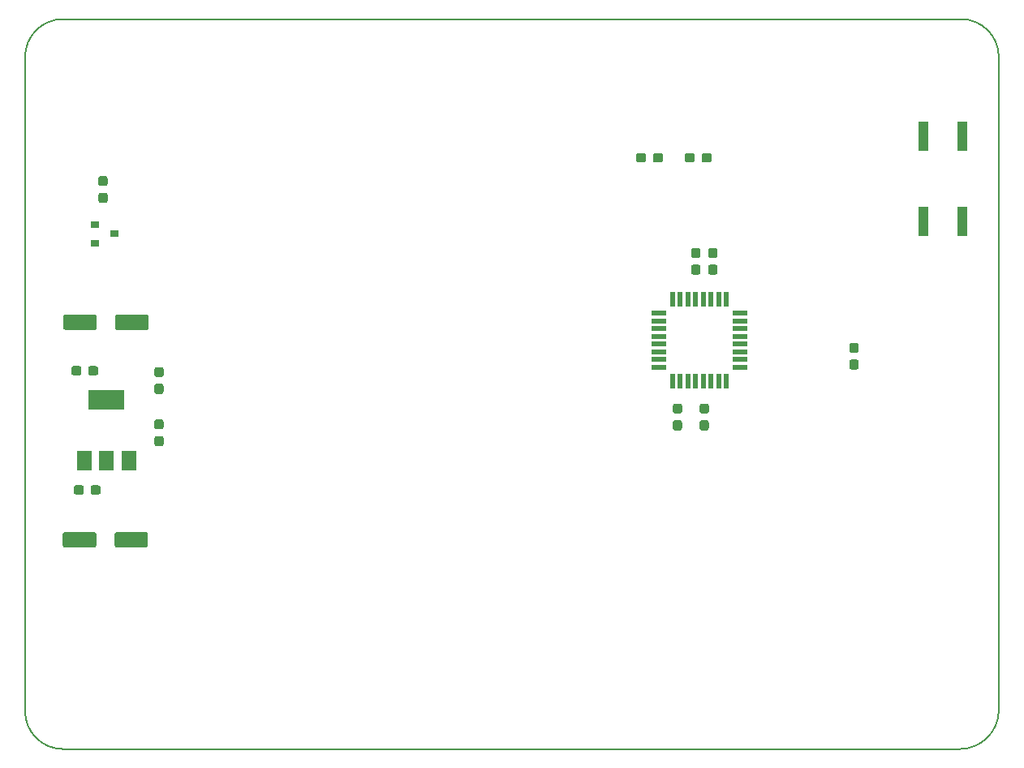
<source format=gbr>
%TF.GenerationSoftware,KiCad,Pcbnew,5.0.2-bee76a0~70~ubuntu18.04.1*%
%TF.CreationDate,2019-10-08T23:09:48-07:00*%
%TF.ProjectId,AD9850,41443938-3530-42e6-9b69-6361645f7063,rev?*%
%TF.SameCoordinates,Original*%
%TF.FileFunction,Paste,Top*%
%TF.FilePolarity,Positive*%
%FSLAX46Y46*%
G04 Gerber Fmt 4.6, Leading zero omitted, Abs format (unit mm)*
G04 Created by KiCad (PCBNEW 5.0.2-bee76a0~70~ubuntu18.04.1) date Tue 08 Oct 2019 11:09:48 PM PDT*
%MOMM*%
%LPD*%
G01*
G04 APERTURE LIST*
%ADD10C,0.150000*%
%ADD11C,0.100000*%
%ADD12C,0.950000*%
%ADD13R,1.000000X3.100000*%
%ADD14R,0.900000X0.800000*%
%ADD15R,3.800000X2.000000*%
%ADD16R,1.500000X2.000000*%
%ADD17C,1.600000*%
%ADD18R,0.550000X1.600000*%
%ADD19R,1.600000X0.550000*%
G04 APERTURE END LIST*
D10*
X54610000Y-121793000D02*
X54610000Y-53467000D01*
X152146000Y-125730000D02*
X58547000Y-125730000D01*
X156210000Y-53467000D02*
X156210000Y-121666000D01*
X58547000Y-49530000D02*
X152273000Y-49530000D01*
X54610000Y-53467000D02*
G75*
G02X58547000Y-49530000I3937000J0D01*
G01*
X58547000Y-125730000D02*
G75*
G02X54610000Y-121793000I0J3937000D01*
G01*
X156210000Y-121666000D02*
G75*
G02X152146000Y-125730000I-4064000J0D01*
G01*
X152273000Y-49530000D02*
G75*
G02X156210000Y-53467000I0J-3937000D01*
G01*
D11*
G36*
X120946779Y-63534144D02*
X120969834Y-63537563D01*
X120992443Y-63543227D01*
X121014387Y-63551079D01*
X121035457Y-63561044D01*
X121055448Y-63573026D01*
X121074168Y-63586910D01*
X121091438Y-63602562D01*
X121107090Y-63619832D01*
X121120974Y-63638552D01*
X121132956Y-63658543D01*
X121142921Y-63679613D01*
X121150773Y-63701557D01*
X121156437Y-63724166D01*
X121159856Y-63747221D01*
X121161000Y-63770500D01*
X121161000Y-64245500D01*
X121159856Y-64268779D01*
X121156437Y-64291834D01*
X121150773Y-64314443D01*
X121142921Y-64336387D01*
X121132956Y-64357457D01*
X121120974Y-64377448D01*
X121107090Y-64396168D01*
X121091438Y-64413438D01*
X121074168Y-64429090D01*
X121055448Y-64442974D01*
X121035457Y-64454956D01*
X121014387Y-64464921D01*
X120992443Y-64472773D01*
X120969834Y-64478437D01*
X120946779Y-64481856D01*
X120923500Y-64483000D01*
X120348500Y-64483000D01*
X120325221Y-64481856D01*
X120302166Y-64478437D01*
X120279557Y-64472773D01*
X120257613Y-64464921D01*
X120236543Y-64454956D01*
X120216552Y-64442974D01*
X120197832Y-64429090D01*
X120180562Y-64413438D01*
X120164910Y-64396168D01*
X120151026Y-64377448D01*
X120139044Y-64357457D01*
X120129079Y-64336387D01*
X120121227Y-64314443D01*
X120115563Y-64291834D01*
X120112144Y-64268779D01*
X120111000Y-64245500D01*
X120111000Y-63770500D01*
X120112144Y-63747221D01*
X120115563Y-63724166D01*
X120121227Y-63701557D01*
X120129079Y-63679613D01*
X120139044Y-63658543D01*
X120151026Y-63638552D01*
X120164910Y-63619832D01*
X120180562Y-63602562D01*
X120197832Y-63586910D01*
X120216552Y-63573026D01*
X120236543Y-63561044D01*
X120257613Y-63551079D01*
X120279557Y-63543227D01*
X120302166Y-63537563D01*
X120325221Y-63534144D01*
X120348500Y-63533000D01*
X120923500Y-63533000D01*
X120946779Y-63534144D01*
X120946779Y-63534144D01*
G37*
D12*
X120636000Y-64008000D03*
D11*
G36*
X119196779Y-63534144D02*
X119219834Y-63537563D01*
X119242443Y-63543227D01*
X119264387Y-63551079D01*
X119285457Y-63561044D01*
X119305448Y-63573026D01*
X119324168Y-63586910D01*
X119341438Y-63602562D01*
X119357090Y-63619832D01*
X119370974Y-63638552D01*
X119382956Y-63658543D01*
X119392921Y-63679613D01*
X119400773Y-63701557D01*
X119406437Y-63724166D01*
X119409856Y-63747221D01*
X119411000Y-63770500D01*
X119411000Y-64245500D01*
X119409856Y-64268779D01*
X119406437Y-64291834D01*
X119400773Y-64314443D01*
X119392921Y-64336387D01*
X119382956Y-64357457D01*
X119370974Y-64377448D01*
X119357090Y-64396168D01*
X119341438Y-64413438D01*
X119324168Y-64429090D01*
X119305448Y-64442974D01*
X119285457Y-64454956D01*
X119264387Y-64464921D01*
X119242443Y-64472773D01*
X119219834Y-64478437D01*
X119196779Y-64481856D01*
X119173500Y-64483000D01*
X118598500Y-64483000D01*
X118575221Y-64481856D01*
X118552166Y-64478437D01*
X118529557Y-64472773D01*
X118507613Y-64464921D01*
X118486543Y-64454956D01*
X118466552Y-64442974D01*
X118447832Y-64429090D01*
X118430562Y-64413438D01*
X118414910Y-64396168D01*
X118401026Y-64377448D01*
X118389044Y-64357457D01*
X118379079Y-64336387D01*
X118371227Y-64314443D01*
X118365563Y-64291834D01*
X118362144Y-64268779D01*
X118361000Y-64245500D01*
X118361000Y-63770500D01*
X118362144Y-63747221D01*
X118365563Y-63724166D01*
X118371227Y-63701557D01*
X118379079Y-63679613D01*
X118389044Y-63658543D01*
X118401026Y-63638552D01*
X118414910Y-63619832D01*
X118430562Y-63602562D01*
X118447832Y-63586910D01*
X118466552Y-63573026D01*
X118486543Y-63561044D01*
X118507613Y-63551079D01*
X118529557Y-63543227D01*
X118552166Y-63537563D01*
X118575221Y-63534144D01*
X118598500Y-63533000D01*
X119173500Y-63533000D01*
X119196779Y-63534144D01*
X119196779Y-63534144D01*
G37*
D12*
X118886000Y-64008000D03*
D13*
X148368000Y-61717000D03*
X152368000Y-61717000D03*
X148368000Y-70617000D03*
X152368000Y-70617000D03*
D14*
X61913107Y-70993353D03*
X61913107Y-72893353D03*
X63913107Y-71943353D03*
D15*
X63119000Y-89306000D03*
D16*
X63119000Y-95606000D03*
X65419000Y-95606000D03*
X60819000Y-95606000D03*
D11*
G36*
X67216504Y-103087204D02*
X67240773Y-103090804D01*
X67264571Y-103096765D01*
X67287671Y-103105030D01*
X67309849Y-103115520D01*
X67330893Y-103128133D01*
X67350598Y-103142747D01*
X67368777Y-103159223D01*
X67385253Y-103177402D01*
X67399867Y-103197107D01*
X67412480Y-103218151D01*
X67422970Y-103240329D01*
X67431235Y-103263429D01*
X67437196Y-103287227D01*
X67440796Y-103311496D01*
X67442000Y-103336000D01*
X67442000Y-104436000D01*
X67440796Y-104460504D01*
X67437196Y-104484773D01*
X67431235Y-104508571D01*
X67422970Y-104531671D01*
X67412480Y-104553849D01*
X67399867Y-104574893D01*
X67385253Y-104594598D01*
X67368777Y-104612777D01*
X67350598Y-104629253D01*
X67330893Y-104643867D01*
X67309849Y-104656480D01*
X67287671Y-104666970D01*
X67264571Y-104675235D01*
X67240773Y-104681196D01*
X67216504Y-104684796D01*
X67192000Y-104686000D01*
X64192000Y-104686000D01*
X64167496Y-104684796D01*
X64143227Y-104681196D01*
X64119429Y-104675235D01*
X64096329Y-104666970D01*
X64074151Y-104656480D01*
X64053107Y-104643867D01*
X64033402Y-104629253D01*
X64015223Y-104612777D01*
X63998747Y-104594598D01*
X63984133Y-104574893D01*
X63971520Y-104553849D01*
X63961030Y-104531671D01*
X63952765Y-104508571D01*
X63946804Y-104484773D01*
X63943204Y-104460504D01*
X63942000Y-104436000D01*
X63942000Y-103336000D01*
X63943204Y-103311496D01*
X63946804Y-103287227D01*
X63952765Y-103263429D01*
X63961030Y-103240329D01*
X63971520Y-103218151D01*
X63984133Y-103197107D01*
X63998747Y-103177402D01*
X64015223Y-103159223D01*
X64033402Y-103142747D01*
X64053107Y-103128133D01*
X64074151Y-103115520D01*
X64096329Y-103105030D01*
X64119429Y-103096765D01*
X64143227Y-103090804D01*
X64167496Y-103087204D01*
X64192000Y-103086000D01*
X67192000Y-103086000D01*
X67216504Y-103087204D01*
X67216504Y-103087204D01*
G37*
D17*
X65692000Y-103886000D03*
D11*
G36*
X61816504Y-103087204D02*
X61840773Y-103090804D01*
X61864571Y-103096765D01*
X61887671Y-103105030D01*
X61909849Y-103115520D01*
X61930893Y-103128133D01*
X61950598Y-103142747D01*
X61968777Y-103159223D01*
X61985253Y-103177402D01*
X61999867Y-103197107D01*
X62012480Y-103218151D01*
X62022970Y-103240329D01*
X62031235Y-103263429D01*
X62037196Y-103287227D01*
X62040796Y-103311496D01*
X62042000Y-103336000D01*
X62042000Y-104436000D01*
X62040796Y-104460504D01*
X62037196Y-104484773D01*
X62031235Y-104508571D01*
X62022970Y-104531671D01*
X62012480Y-104553849D01*
X61999867Y-104574893D01*
X61985253Y-104594598D01*
X61968777Y-104612777D01*
X61950598Y-104629253D01*
X61930893Y-104643867D01*
X61909849Y-104656480D01*
X61887671Y-104666970D01*
X61864571Y-104675235D01*
X61840773Y-104681196D01*
X61816504Y-104684796D01*
X61792000Y-104686000D01*
X58792000Y-104686000D01*
X58767496Y-104684796D01*
X58743227Y-104681196D01*
X58719429Y-104675235D01*
X58696329Y-104666970D01*
X58674151Y-104656480D01*
X58653107Y-104643867D01*
X58633402Y-104629253D01*
X58615223Y-104612777D01*
X58598747Y-104594598D01*
X58584133Y-104574893D01*
X58571520Y-104553849D01*
X58561030Y-104531671D01*
X58552765Y-104508571D01*
X58546804Y-104484773D01*
X58543204Y-104460504D01*
X58542000Y-104436000D01*
X58542000Y-103336000D01*
X58543204Y-103311496D01*
X58546804Y-103287227D01*
X58552765Y-103263429D01*
X58561030Y-103240329D01*
X58571520Y-103218151D01*
X58584133Y-103197107D01*
X58598747Y-103177402D01*
X58615223Y-103159223D01*
X58633402Y-103142747D01*
X58653107Y-103128133D01*
X58674151Y-103115520D01*
X58696329Y-103105030D01*
X58719429Y-103096765D01*
X58743227Y-103090804D01*
X58767496Y-103087204D01*
X58792000Y-103086000D01*
X61792000Y-103086000D01*
X61816504Y-103087204D01*
X61816504Y-103087204D01*
G37*
D17*
X60292000Y-103886000D03*
D11*
G36*
X61870619Y-80381549D02*
X61894888Y-80385149D01*
X61918686Y-80391110D01*
X61941786Y-80399375D01*
X61963964Y-80409865D01*
X61985008Y-80422478D01*
X62004713Y-80437092D01*
X62022892Y-80453568D01*
X62039368Y-80471747D01*
X62053982Y-80491452D01*
X62066595Y-80512496D01*
X62077085Y-80534674D01*
X62085350Y-80557774D01*
X62091311Y-80581572D01*
X62094911Y-80605841D01*
X62096115Y-80630345D01*
X62096115Y-81730345D01*
X62094911Y-81754849D01*
X62091311Y-81779118D01*
X62085350Y-81802916D01*
X62077085Y-81826016D01*
X62066595Y-81848194D01*
X62053982Y-81869238D01*
X62039368Y-81888943D01*
X62022892Y-81907122D01*
X62004713Y-81923598D01*
X61985008Y-81938212D01*
X61963964Y-81950825D01*
X61941786Y-81961315D01*
X61918686Y-81969580D01*
X61894888Y-81975541D01*
X61870619Y-81979141D01*
X61846115Y-81980345D01*
X58846115Y-81980345D01*
X58821611Y-81979141D01*
X58797342Y-81975541D01*
X58773544Y-81969580D01*
X58750444Y-81961315D01*
X58728266Y-81950825D01*
X58707222Y-81938212D01*
X58687517Y-81923598D01*
X58669338Y-81907122D01*
X58652862Y-81888943D01*
X58638248Y-81869238D01*
X58625635Y-81848194D01*
X58615145Y-81826016D01*
X58606880Y-81802916D01*
X58600919Y-81779118D01*
X58597319Y-81754849D01*
X58596115Y-81730345D01*
X58596115Y-80630345D01*
X58597319Y-80605841D01*
X58600919Y-80581572D01*
X58606880Y-80557774D01*
X58615145Y-80534674D01*
X58625635Y-80512496D01*
X58638248Y-80491452D01*
X58652862Y-80471747D01*
X58669338Y-80453568D01*
X58687517Y-80437092D01*
X58707222Y-80422478D01*
X58728266Y-80409865D01*
X58750444Y-80399375D01*
X58773544Y-80391110D01*
X58797342Y-80385149D01*
X58821611Y-80381549D01*
X58846115Y-80380345D01*
X61846115Y-80380345D01*
X61870619Y-80381549D01*
X61870619Y-80381549D01*
G37*
D17*
X60346115Y-81180345D03*
D11*
G36*
X67270619Y-80381549D02*
X67294888Y-80385149D01*
X67318686Y-80391110D01*
X67341786Y-80399375D01*
X67363964Y-80409865D01*
X67385008Y-80422478D01*
X67404713Y-80437092D01*
X67422892Y-80453568D01*
X67439368Y-80471747D01*
X67453982Y-80491452D01*
X67466595Y-80512496D01*
X67477085Y-80534674D01*
X67485350Y-80557774D01*
X67491311Y-80581572D01*
X67494911Y-80605841D01*
X67496115Y-80630345D01*
X67496115Y-81730345D01*
X67494911Y-81754849D01*
X67491311Y-81779118D01*
X67485350Y-81802916D01*
X67477085Y-81826016D01*
X67466595Y-81848194D01*
X67453982Y-81869238D01*
X67439368Y-81888943D01*
X67422892Y-81907122D01*
X67404713Y-81923598D01*
X67385008Y-81938212D01*
X67363964Y-81950825D01*
X67341786Y-81961315D01*
X67318686Y-81969580D01*
X67294888Y-81975541D01*
X67270619Y-81979141D01*
X67246115Y-81980345D01*
X64246115Y-81980345D01*
X64221611Y-81979141D01*
X64197342Y-81975541D01*
X64173544Y-81969580D01*
X64150444Y-81961315D01*
X64128266Y-81950825D01*
X64107222Y-81938212D01*
X64087517Y-81923598D01*
X64069338Y-81907122D01*
X64052862Y-81888943D01*
X64038248Y-81869238D01*
X64025635Y-81848194D01*
X64015145Y-81826016D01*
X64006880Y-81802916D01*
X64000919Y-81779118D01*
X63997319Y-81754849D01*
X63996115Y-81730345D01*
X63996115Y-80630345D01*
X63997319Y-80605841D01*
X64000919Y-80581572D01*
X64006880Y-80557774D01*
X64015145Y-80534674D01*
X64025635Y-80512496D01*
X64038248Y-80491452D01*
X64052862Y-80471747D01*
X64069338Y-80453568D01*
X64087517Y-80437092D01*
X64107222Y-80422478D01*
X64128266Y-80409865D01*
X64150444Y-80399375D01*
X64173544Y-80391110D01*
X64197342Y-80385149D01*
X64221611Y-80381549D01*
X64246115Y-80380345D01*
X67246115Y-80380345D01*
X67270619Y-80381549D01*
X67270619Y-80381549D01*
G37*
D17*
X65746115Y-81180345D03*
D11*
G36*
X62018779Y-85759144D02*
X62041834Y-85762563D01*
X62064443Y-85768227D01*
X62086387Y-85776079D01*
X62107457Y-85786044D01*
X62127448Y-85798026D01*
X62146168Y-85811910D01*
X62163438Y-85827562D01*
X62179090Y-85844832D01*
X62192974Y-85863552D01*
X62204956Y-85883543D01*
X62214921Y-85904613D01*
X62222773Y-85926557D01*
X62228437Y-85949166D01*
X62231856Y-85972221D01*
X62233000Y-85995500D01*
X62233000Y-86470500D01*
X62231856Y-86493779D01*
X62228437Y-86516834D01*
X62222773Y-86539443D01*
X62214921Y-86561387D01*
X62204956Y-86582457D01*
X62192974Y-86602448D01*
X62179090Y-86621168D01*
X62163438Y-86638438D01*
X62146168Y-86654090D01*
X62127448Y-86667974D01*
X62107457Y-86679956D01*
X62086387Y-86689921D01*
X62064443Y-86697773D01*
X62041834Y-86703437D01*
X62018779Y-86706856D01*
X61995500Y-86708000D01*
X61420500Y-86708000D01*
X61397221Y-86706856D01*
X61374166Y-86703437D01*
X61351557Y-86697773D01*
X61329613Y-86689921D01*
X61308543Y-86679956D01*
X61288552Y-86667974D01*
X61269832Y-86654090D01*
X61252562Y-86638438D01*
X61236910Y-86621168D01*
X61223026Y-86602448D01*
X61211044Y-86582457D01*
X61201079Y-86561387D01*
X61193227Y-86539443D01*
X61187563Y-86516834D01*
X61184144Y-86493779D01*
X61183000Y-86470500D01*
X61183000Y-85995500D01*
X61184144Y-85972221D01*
X61187563Y-85949166D01*
X61193227Y-85926557D01*
X61201079Y-85904613D01*
X61211044Y-85883543D01*
X61223026Y-85863552D01*
X61236910Y-85844832D01*
X61252562Y-85827562D01*
X61269832Y-85811910D01*
X61288552Y-85798026D01*
X61308543Y-85786044D01*
X61329613Y-85776079D01*
X61351557Y-85768227D01*
X61374166Y-85762563D01*
X61397221Y-85759144D01*
X61420500Y-85758000D01*
X61995500Y-85758000D01*
X62018779Y-85759144D01*
X62018779Y-85759144D01*
G37*
D12*
X61708000Y-86233000D03*
D11*
G36*
X60268779Y-85759144D02*
X60291834Y-85762563D01*
X60314443Y-85768227D01*
X60336387Y-85776079D01*
X60357457Y-85786044D01*
X60377448Y-85798026D01*
X60396168Y-85811910D01*
X60413438Y-85827562D01*
X60429090Y-85844832D01*
X60442974Y-85863552D01*
X60454956Y-85883543D01*
X60464921Y-85904613D01*
X60472773Y-85926557D01*
X60478437Y-85949166D01*
X60481856Y-85972221D01*
X60483000Y-85995500D01*
X60483000Y-86470500D01*
X60481856Y-86493779D01*
X60478437Y-86516834D01*
X60472773Y-86539443D01*
X60464921Y-86561387D01*
X60454956Y-86582457D01*
X60442974Y-86602448D01*
X60429090Y-86621168D01*
X60413438Y-86638438D01*
X60396168Y-86654090D01*
X60377448Y-86667974D01*
X60357457Y-86679956D01*
X60336387Y-86689921D01*
X60314443Y-86697773D01*
X60291834Y-86703437D01*
X60268779Y-86706856D01*
X60245500Y-86708000D01*
X59670500Y-86708000D01*
X59647221Y-86706856D01*
X59624166Y-86703437D01*
X59601557Y-86697773D01*
X59579613Y-86689921D01*
X59558543Y-86679956D01*
X59538552Y-86667974D01*
X59519832Y-86654090D01*
X59502562Y-86638438D01*
X59486910Y-86621168D01*
X59473026Y-86602448D01*
X59461044Y-86582457D01*
X59451079Y-86561387D01*
X59443227Y-86539443D01*
X59437563Y-86516834D01*
X59434144Y-86493779D01*
X59433000Y-86470500D01*
X59433000Y-85995500D01*
X59434144Y-85972221D01*
X59437563Y-85949166D01*
X59443227Y-85926557D01*
X59451079Y-85904613D01*
X59461044Y-85883543D01*
X59473026Y-85863552D01*
X59486910Y-85844832D01*
X59502562Y-85827562D01*
X59519832Y-85811910D01*
X59538552Y-85798026D01*
X59558543Y-85786044D01*
X59579613Y-85776079D01*
X59601557Y-85768227D01*
X59624166Y-85762563D01*
X59647221Y-85759144D01*
X59670500Y-85758000D01*
X60245500Y-85758000D01*
X60268779Y-85759144D01*
X60268779Y-85759144D01*
G37*
D12*
X59958000Y-86233000D03*
D11*
G36*
X62272779Y-98205144D02*
X62295834Y-98208563D01*
X62318443Y-98214227D01*
X62340387Y-98222079D01*
X62361457Y-98232044D01*
X62381448Y-98244026D01*
X62400168Y-98257910D01*
X62417438Y-98273562D01*
X62433090Y-98290832D01*
X62446974Y-98309552D01*
X62458956Y-98329543D01*
X62468921Y-98350613D01*
X62476773Y-98372557D01*
X62482437Y-98395166D01*
X62485856Y-98418221D01*
X62487000Y-98441500D01*
X62487000Y-98916500D01*
X62485856Y-98939779D01*
X62482437Y-98962834D01*
X62476773Y-98985443D01*
X62468921Y-99007387D01*
X62458956Y-99028457D01*
X62446974Y-99048448D01*
X62433090Y-99067168D01*
X62417438Y-99084438D01*
X62400168Y-99100090D01*
X62381448Y-99113974D01*
X62361457Y-99125956D01*
X62340387Y-99135921D01*
X62318443Y-99143773D01*
X62295834Y-99149437D01*
X62272779Y-99152856D01*
X62249500Y-99154000D01*
X61674500Y-99154000D01*
X61651221Y-99152856D01*
X61628166Y-99149437D01*
X61605557Y-99143773D01*
X61583613Y-99135921D01*
X61562543Y-99125956D01*
X61542552Y-99113974D01*
X61523832Y-99100090D01*
X61506562Y-99084438D01*
X61490910Y-99067168D01*
X61477026Y-99048448D01*
X61465044Y-99028457D01*
X61455079Y-99007387D01*
X61447227Y-98985443D01*
X61441563Y-98962834D01*
X61438144Y-98939779D01*
X61437000Y-98916500D01*
X61437000Y-98441500D01*
X61438144Y-98418221D01*
X61441563Y-98395166D01*
X61447227Y-98372557D01*
X61455079Y-98350613D01*
X61465044Y-98329543D01*
X61477026Y-98309552D01*
X61490910Y-98290832D01*
X61506562Y-98273562D01*
X61523832Y-98257910D01*
X61542552Y-98244026D01*
X61562543Y-98232044D01*
X61583613Y-98222079D01*
X61605557Y-98214227D01*
X61628166Y-98208563D01*
X61651221Y-98205144D01*
X61674500Y-98204000D01*
X62249500Y-98204000D01*
X62272779Y-98205144D01*
X62272779Y-98205144D01*
G37*
D12*
X61962000Y-98679000D03*
D11*
G36*
X60522779Y-98205144D02*
X60545834Y-98208563D01*
X60568443Y-98214227D01*
X60590387Y-98222079D01*
X60611457Y-98232044D01*
X60631448Y-98244026D01*
X60650168Y-98257910D01*
X60667438Y-98273562D01*
X60683090Y-98290832D01*
X60696974Y-98309552D01*
X60708956Y-98329543D01*
X60718921Y-98350613D01*
X60726773Y-98372557D01*
X60732437Y-98395166D01*
X60735856Y-98418221D01*
X60737000Y-98441500D01*
X60737000Y-98916500D01*
X60735856Y-98939779D01*
X60732437Y-98962834D01*
X60726773Y-98985443D01*
X60718921Y-99007387D01*
X60708956Y-99028457D01*
X60696974Y-99048448D01*
X60683090Y-99067168D01*
X60667438Y-99084438D01*
X60650168Y-99100090D01*
X60631448Y-99113974D01*
X60611457Y-99125956D01*
X60590387Y-99135921D01*
X60568443Y-99143773D01*
X60545834Y-99149437D01*
X60522779Y-99152856D01*
X60499500Y-99154000D01*
X59924500Y-99154000D01*
X59901221Y-99152856D01*
X59878166Y-99149437D01*
X59855557Y-99143773D01*
X59833613Y-99135921D01*
X59812543Y-99125956D01*
X59792552Y-99113974D01*
X59773832Y-99100090D01*
X59756562Y-99084438D01*
X59740910Y-99067168D01*
X59727026Y-99048448D01*
X59715044Y-99028457D01*
X59705079Y-99007387D01*
X59697227Y-98985443D01*
X59691563Y-98962834D01*
X59688144Y-98939779D01*
X59687000Y-98916500D01*
X59687000Y-98441500D01*
X59688144Y-98418221D01*
X59691563Y-98395166D01*
X59697227Y-98372557D01*
X59705079Y-98350613D01*
X59715044Y-98329543D01*
X59727026Y-98309552D01*
X59740910Y-98290832D01*
X59756562Y-98273562D01*
X59773832Y-98257910D01*
X59792552Y-98244026D01*
X59812543Y-98232044D01*
X59833613Y-98222079D01*
X59855557Y-98214227D01*
X59878166Y-98208563D01*
X59901221Y-98205144D01*
X59924500Y-98204000D01*
X60499500Y-98204000D01*
X60522779Y-98205144D01*
X60522779Y-98205144D01*
G37*
D12*
X60212000Y-98679000D03*
D11*
G36*
X126026779Y-63534144D02*
X126049834Y-63537563D01*
X126072443Y-63543227D01*
X126094387Y-63551079D01*
X126115457Y-63561044D01*
X126135448Y-63573026D01*
X126154168Y-63586910D01*
X126171438Y-63602562D01*
X126187090Y-63619832D01*
X126200974Y-63638552D01*
X126212956Y-63658543D01*
X126222921Y-63679613D01*
X126230773Y-63701557D01*
X126236437Y-63724166D01*
X126239856Y-63747221D01*
X126241000Y-63770500D01*
X126241000Y-64245500D01*
X126239856Y-64268779D01*
X126236437Y-64291834D01*
X126230773Y-64314443D01*
X126222921Y-64336387D01*
X126212956Y-64357457D01*
X126200974Y-64377448D01*
X126187090Y-64396168D01*
X126171438Y-64413438D01*
X126154168Y-64429090D01*
X126135448Y-64442974D01*
X126115457Y-64454956D01*
X126094387Y-64464921D01*
X126072443Y-64472773D01*
X126049834Y-64478437D01*
X126026779Y-64481856D01*
X126003500Y-64483000D01*
X125428500Y-64483000D01*
X125405221Y-64481856D01*
X125382166Y-64478437D01*
X125359557Y-64472773D01*
X125337613Y-64464921D01*
X125316543Y-64454956D01*
X125296552Y-64442974D01*
X125277832Y-64429090D01*
X125260562Y-64413438D01*
X125244910Y-64396168D01*
X125231026Y-64377448D01*
X125219044Y-64357457D01*
X125209079Y-64336387D01*
X125201227Y-64314443D01*
X125195563Y-64291834D01*
X125192144Y-64268779D01*
X125191000Y-64245500D01*
X125191000Y-63770500D01*
X125192144Y-63747221D01*
X125195563Y-63724166D01*
X125201227Y-63701557D01*
X125209079Y-63679613D01*
X125219044Y-63658543D01*
X125231026Y-63638552D01*
X125244910Y-63619832D01*
X125260562Y-63602562D01*
X125277832Y-63586910D01*
X125296552Y-63573026D01*
X125316543Y-63561044D01*
X125337613Y-63551079D01*
X125359557Y-63543227D01*
X125382166Y-63537563D01*
X125405221Y-63534144D01*
X125428500Y-63533000D01*
X126003500Y-63533000D01*
X126026779Y-63534144D01*
X126026779Y-63534144D01*
G37*
D12*
X125716000Y-64008000D03*
D11*
G36*
X124276779Y-63534144D02*
X124299834Y-63537563D01*
X124322443Y-63543227D01*
X124344387Y-63551079D01*
X124365457Y-63561044D01*
X124385448Y-63573026D01*
X124404168Y-63586910D01*
X124421438Y-63602562D01*
X124437090Y-63619832D01*
X124450974Y-63638552D01*
X124462956Y-63658543D01*
X124472921Y-63679613D01*
X124480773Y-63701557D01*
X124486437Y-63724166D01*
X124489856Y-63747221D01*
X124491000Y-63770500D01*
X124491000Y-64245500D01*
X124489856Y-64268779D01*
X124486437Y-64291834D01*
X124480773Y-64314443D01*
X124472921Y-64336387D01*
X124462956Y-64357457D01*
X124450974Y-64377448D01*
X124437090Y-64396168D01*
X124421438Y-64413438D01*
X124404168Y-64429090D01*
X124385448Y-64442974D01*
X124365457Y-64454956D01*
X124344387Y-64464921D01*
X124322443Y-64472773D01*
X124299834Y-64478437D01*
X124276779Y-64481856D01*
X124253500Y-64483000D01*
X123678500Y-64483000D01*
X123655221Y-64481856D01*
X123632166Y-64478437D01*
X123609557Y-64472773D01*
X123587613Y-64464921D01*
X123566543Y-64454956D01*
X123546552Y-64442974D01*
X123527832Y-64429090D01*
X123510562Y-64413438D01*
X123494910Y-64396168D01*
X123481026Y-64377448D01*
X123469044Y-64357457D01*
X123459079Y-64336387D01*
X123451227Y-64314443D01*
X123445563Y-64291834D01*
X123442144Y-64268779D01*
X123441000Y-64245500D01*
X123441000Y-63770500D01*
X123442144Y-63747221D01*
X123445563Y-63724166D01*
X123451227Y-63701557D01*
X123459079Y-63679613D01*
X123469044Y-63658543D01*
X123481026Y-63638552D01*
X123494910Y-63619832D01*
X123510562Y-63602562D01*
X123527832Y-63586910D01*
X123546552Y-63573026D01*
X123566543Y-63561044D01*
X123587613Y-63551079D01*
X123609557Y-63543227D01*
X123632166Y-63537563D01*
X123655221Y-63534144D01*
X123678500Y-63533000D01*
X124253500Y-63533000D01*
X124276779Y-63534144D01*
X124276779Y-63534144D01*
G37*
D12*
X123966000Y-64008000D03*
D11*
G36*
X126625779Y-75154144D02*
X126648834Y-75157563D01*
X126671443Y-75163227D01*
X126693387Y-75171079D01*
X126714457Y-75181044D01*
X126734448Y-75193026D01*
X126753168Y-75206910D01*
X126770438Y-75222562D01*
X126786090Y-75239832D01*
X126799974Y-75258552D01*
X126811956Y-75278543D01*
X126821921Y-75299613D01*
X126829773Y-75321557D01*
X126835437Y-75344166D01*
X126838856Y-75367221D01*
X126840000Y-75390500D01*
X126840000Y-75965500D01*
X126838856Y-75988779D01*
X126835437Y-76011834D01*
X126829773Y-76034443D01*
X126821921Y-76056387D01*
X126811956Y-76077457D01*
X126799974Y-76097448D01*
X126786090Y-76116168D01*
X126770438Y-76133438D01*
X126753168Y-76149090D01*
X126734448Y-76162974D01*
X126714457Y-76174956D01*
X126693387Y-76184921D01*
X126671443Y-76192773D01*
X126648834Y-76198437D01*
X126625779Y-76201856D01*
X126602500Y-76203000D01*
X126127500Y-76203000D01*
X126104221Y-76201856D01*
X126081166Y-76198437D01*
X126058557Y-76192773D01*
X126036613Y-76184921D01*
X126015543Y-76174956D01*
X125995552Y-76162974D01*
X125976832Y-76149090D01*
X125959562Y-76133438D01*
X125943910Y-76116168D01*
X125930026Y-76097448D01*
X125918044Y-76077457D01*
X125908079Y-76056387D01*
X125900227Y-76034443D01*
X125894563Y-76011834D01*
X125891144Y-75988779D01*
X125890000Y-75965500D01*
X125890000Y-75390500D01*
X125891144Y-75367221D01*
X125894563Y-75344166D01*
X125900227Y-75321557D01*
X125908079Y-75299613D01*
X125918044Y-75278543D01*
X125930026Y-75258552D01*
X125943910Y-75239832D01*
X125959562Y-75222562D01*
X125976832Y-75206910D01*
X125995552Y-75193026D01*
X126015543Y-75181044D01*
X126036613Y-75171079D01*
X126058557Y-75163227D01*
X126081166Y-75157563D01*
X126104221Y-75154144D01*
X126127500Y-75153000D01*
X126602500Y-75153000D01*
X126625779Y-75154144D01*
X126625779Y-75154144D01*
G37*
D12*
X126365000Y-75678000D03*
D11*
G36*
X126625779Y-73404144D02*
X126648834Y-73407563D01*
X126671443Y-73413227D01*
X126693387Y-73421079D01*
X126714457Y-73431044D01*
X126734448Y-73443026D01*
X126753168Y-73456910D01*
X126770438Y-73472562D01*
X126786090Y-73489832D01*
X126799974Y-73508552D01*
X126811956Y-73528543D01*
X126821921Y-73549613D01*
X126829773Y-73571557D01*
X126835437Y-73594166D01*
X126838856Y-73617221D01*
X126840000Y-73640500D01*
X126840000Y-74215500D01*
X126838856Y-74238779D01*
X126835437Y-74261834D01*
X126829773Y-74284443D01*
X126821921Y-74306387D01*
X126811956Y-74327457D01*
X126799974Y-74347448D01*
X126786090Y-74366168D01*
X126770438Y-74383438D01*
X126753168Y-74399090D01*
X126734448Y-74412974D01*
X126714457Y-74424956D01*
X126693387Y-74434921D01*
X126671443Y-74442773D01*
X126648834Y-74448437D01*
X126625779Y-74451856D01*
X126602500Y-74453000D01*
X126127500Y-74453000D01*
X126104221Y-74451856D01*
X126081166Y-74448437D01*
X126058557Y-74442773D01*
X126036613Y-74434921D01*
X126015543Y-74424956D01*
X125995552Y-74412974D01*
X125976832Y-74399090D01*
X125959562Y-74383438D01*
X125943910Y-74366168D01*
X125930026Y-74347448D01*
X125918044Y-74327457D01*
X125908079Y-74306387D01*
X125900227Y-74284443D01*
X125894563Y-74261834D01*
X125891144Y-74238779D01*
X125890000Y-74215500D01*
X125890000Y-73640500D01*
X125891144Y-73617221D01*
X125894563Y-73594166D01*
X125900227Y-73571557D01*
X125908079Y-73549613D01*
X125918044Y-73528543D01*
X125930026Y-73508552D01*
X125943910Y-73489832D01*
X125959562Y-73472562D01*
X125976832Y-73456910D01*
X125995552Y-73443026D01*
X126015543Y-73431044D01*
X126036613Y-73421079D01*
X126058557Y-73413227D01*
X126081166Y-73407563D01*
X126104221Y-73404144D01*
X126127500Y-73403000D01*
X126602500Y-73403000D01*
X126625779Y-73404144D01*
X126625779Y-73404144D01*
G37*
D12*
X126365000Y-73928000D03*
D11*
G36*
X62998779Y-67661144D02*
X63021834Y-67664563D01*
X63044443Y-67670227D01*
X63066387Y-67678079D01*
X63087457Y-67688044D01*
X63107448Y-67700026D01*
X63126168Y-67713910D01*
X63143438Y-67729562D01*
X63159090Y-67746832D01*
X63172974Y-67765552D01*
X63184956Y-67785543D01*
X63194921Y-67806613D01*
X63202773Y-67828557D01*
X63208437Y-67851166D01*
X63211856Y-67874221D01*
X63213000Y-67897500D01*
X63213000Y-68472500D01*
X63211856Y-68495779D01*
X63208437Y-68518834D01*
X63202773Y-68541443D01*
X63194921Y-68563387D01*
X63184956Y-68584457D01*
X63172974Y-68604448D01*
X63159090Y-68623168D01*
X63143438Y-68640438D01*
X63126168Y-68656090D01*
X63107448Y-68669974D01*
X63087457Y-68681956D01*
X63066387Y-68691921D01*
X63044443Y-68699773D01*
X63021834Y-68705437D01*
X62998779Y-68708856D01*
X62975500Y-68710000D01*
X62500500Y-68710000D01*
X62477221Y-68708856D01*
X62454166Y-68705437D01*
X62431557Y-68699773D01*
X62409613Y-68691921D01*
X62388543Y-68681956D01*
X62368552Y-68669974D01*
X62349832Y-68656090D01*
X62332562Y-68640438D01*
X62316910Y-68623168D01*
X62303026Y-68604448D01*
X62291044Y-68584457D01*
X62281079Y-68563387D01*
X62273227Y-68541443D01*
X62267563Y-68518834D01*
X62264144Y-68495779D01*
X62263000Y-68472500D01*
X62263000Y-67897500D01*
X62264144Y-67874221D01*
X62267563Y-67851166D01*
X62273227Y-67828557D01*
X62281079Y-67806613D01*
X62291044Y-67785543D01*
X62303026Y-67765552D01*
X62316910Y-67746832D01*
X62332562Y-67729562D01*
X62349832Y-67713910D01*
X62368552Y-67700026D01*
X62388543Y-67688044D01*
X62409613Y-67678079D01*
X62431557Y-67670227D01*
X62454166Y-67664563D01*
X62477221Y-67661144D01*
X62500500Y-67660000D01*
X62975500Y-67660000D01*
X62998779Y-67661144D01*
X62998779Y-67661144D01*
G37*
D12*
X62738000Y-68185000D03*
D11*
G36*
X62998779Y-65911144D02*
X63021834Y-65914563D01*
X63044443Y-65920227D01*
X63066387Y-65928079D01*
X63087457Y-65938044D01*
X63107448Y-65950026D01*
X63126168Y-65963910D01*
X63143438Y-65979562D01*
X63159090Y-65996832D01*
X63172974Y-66015552D01*
X63184956Y-66035543D01*
X63194921Y-66056613D01*
X63202773Y-66078557D01*
X63208437Y-66101166D01*
X63211856Y-66124221D01*
X63213000Y-66147500D01*
X63213000Y-66722500D01*
X63211856Y-66745779D01*
X63208437Y-66768834D01*
X63202773Y-66791443D01*
X63194921Y-66813387D01*
X63184956Y-66834457D01*
X63172974Y-66854448D01*
X63159090Y-66873168D01*
X63143438Y-66890438D01*
X63126168Y-66906090D01*
X63107448Y-66919974D01*
X63087457Y-66931956D01*
X63066387Y-66941921D01*
X63044443Y-66949773D01*
X63021834Y-66955437D01*
X62998779Y-66958856D01*
X62975500Y-66960000D01*
X62500500Y-66960000D01*
X62477221Y-66958856D01*
X62454166Y-66955437D01*
X62431557Y-66949773D01*
X62409613Y-66941921D01*
X62388543Y-66931956D01*
X62368552Y-66919974D01*
X62349832Y-66906090D01*
X62332562Y-66890438D01*
X62316910Y-66873168D01*
X62303026Y-66854448D01*
X62291044Y-66834457D01*
X62281079Y-66813387D01*
X62273227Y-66791443D01*
X62267563Y-66768834D01*
X62264144Y-66745779D01*
X62263000Y-66722500D01*
X62263000Y-66147500D01*
X62264144Y-66124221D01*
X62267563Y-66101166D01*
X62273227Y-66078557D01*
X62281079Y-66056613D01*
X62291044Y-66035543D01*
X62303026Y-66015552D01*
X62316910Y-65996832D01*
X62332562Y-65979562D01*
X62349832Y-65963910D01*
X62368552Y-65950026D01*
X62388543Y-65938044D01*
X62409613Y-65928079D01*
X62431557Y-65920227D01*
X62454166Y-65914563D01*
X62477221Y-65911144D01*
X62500500Y-65910000D01*
X62975500Y-65910000D01*
X62998779Y-65911144D01*
X62998779Y-65911144D01*
G37*
D12*
X62738000Y-66435000D03*
D11*
G36*
X141357779Y-83310144D02*
X141380834Y-83313563D01*
X141403443Y-83319227D01*
X141425387Y-83327079D01*
X141446457Y-83337044D01*
X141466448Y-83349026D01*
X141485168Y-83362910D01*
X141502438Y-83378562D01*
X141518090Y-83395832D01*
X141531974Y-83414552D01*
X141543956Y-83434543D01*
X141553921Y-83455613D01*
X141561773Y-83477557D01*
X141567437Y-83500166D01*
X141570856Y-83523221D01*
X141572000Y-83546500D01*
X141572000Y-84121500D01*
X141570856Y-84144779D01*
X141567437Y-84167834D01*
X141561773Y-84190443D01*
X141553921Y-84212387D01*
X141543956Y-84233457D01*
X141531974Y-84253448D01*
X141518090Y-84272168D01*
X141502438Y-84289438D01*
X141485168Y-84305090D01*
X141466448Y-84318974D01*
X141446457Y-84330956D01*
X141425387Y-84340921D01*
X141403443Y-84348773D01*
X141380834Y-84354437D01*
X141357779Y-84357856D01*
X141334500Y-84359000D01*
X140859500Y-84359000D01*
X140836221Y-84357856D01*
X140813166Y-84354437D01*
X140790557Y-84348773D01*
X140768613Y-84340921D01*
X140747543Y-84330956D01*
X140727552Y-84318974D01*
X140708832Y-84305090D01*
X140691562Y-84289438D01*
X140675910Y-84272168D01*
X140662026Y-84253448D01*
X140650044Y-84233457D01*
X140640079Y-84212387D01*
X140632227Y-84190443D01*
X140626563Y-84167834D01*
X140623144Y-84144779D01*
X140622000Y-84121500D01*
X140622000Y-83546500D01*
X140623144Y-83523221D01*
X140626563Y-83500166D01*
X140632227Y-83477557D01*
X140640079Y-83455613D01*
X140650044Y-83434543D01*
X140662026Y-83414552D01*
X140675910Y-83395832D01*
X140691562Y-83378562D01*
X140708832Y-83362910D01*
X140727552Y-83349026D01*
X140747543Y-83337044D01*
X140768613Y-83327079D01*
X140790557Y-83319227D01*
X140813166Y-83313563D01*
X140836221Y-83310144D01*
X140859500Y-83309000D01*
X141334500Y-83309000D01*
X141357779Y-83310144D01*
X141357779Y-83310144D01*
G37*
D12*
X141097000Y-83834000D03*
D11*
G36*
X141357779Y-85060144D02*
X141380834Y-85063563D01*
X141403443Y-85069227D01*
X141425387Y-85077079D01*
X141446457Y-85087044D01*
X141466448Y-85099026D01*
X141485168Y-85112910D01*
X141502438Y-85128562D01*
X141518090Y-85145832D01*
X141531974Y-85164552D01*
X141543956Y-85184543D01*
X141553921Y-85205613D01*
X141561773Y-85227557D01*
X141567437Y-85250166D01*
X141570856Y-85273221D01*
X141572000Y-85296500D01*
X141572000Y-85871500D01*
X141570856Y-85894779D01*
X141567437Y-85917834D01*
X141561773Y-85940443D01*
X141553921Y-85962387D01*
X141543956Y-85983457D01*
X141531974Y-86003448D01*
X141518090Y-86022168D01*
X141502438Y-86039438D01*
X141485168Y-86055090D01*
X141466448Y-86068974D01*
X141446457Y-86080956D01*
X141425387Y-86090921D01*
X141403443Y-86098773D01*
X141380834Y-86104437D01*
X141357779Y-86107856D01*
X141334500Y-86109000D01*
X140859500Y-86109000D01*
X140836221Y-86107856D01*
X140813166Y-86104437D01*
X140790557Y-86098773D01*
X140768613Y-86090921D01*
X140747543Y-86080956D01*
X140727552Y-86068974D01*
X140708832Y-86055090D01*
X140691562Y-86039438D01*
X140675910Y-86022168D01*
X140662026Y-86003448D01*
X140650044Y-85983457D01*
X140640079Y-85962387D01*
X140632227Y-85940443D01*
X140626563Y-85917834D01*
X140623144Y-85894779D01*
X140622000Y-85871500D01*
X140622000Y-85296500D01*
X140623144Y-85273221D01*
X140626563Y-85250166D01*
X140632227Y-85227557D01*
X140640079Y-85205613D01*
X140650044Y-85184543D01*
X140662026Y-85164552D01*
X140675910Y-85145832D01*
X140691562Y-85128562D01*
X140708832Y-85112910D01*
X140727552Y-85099026D01*
X140747543Y-85087044D01*
X140768613Y-85077079D01*
X140790557Y-85069227D01*
X140813166Y-85063563D01*
X140836221Y-85060144D01*
X140859500Y-85059000D01*
X141334500Y-85059000D01*
X141357779Y-85060144D01*
X141357779Y-85060144D01*
G37*
D12*
X141097000Y-85584000D03*
D11*
G36*
X68840779Y-91311144D02*
X68863834Y-91314563D01*
X68886443Y-91320227D01*
X68908387Y-91328079D01*
X68929457Y-91338044D01*
X68949448Y-91350026D01*
X68968168Y-91363910D01*
X68985438Y-91379562D01*
X69001090Y-91396832D01*
X69014974Y-91415552D01*
X69026956Y-91435543D01*
X69036921Y-91456613D01*
X69044773Y-91478557D01*
X69050437Y-91501166D01*
X69053856Y-91524221D01*
X69055000Y-91547500D01*
X69055000Y-92122500D01*
X69053856Y-92145779D01*
X69050437Y-92168834D01*
X69044773Y-92191443D01*
X69036921Y-92213387D01*
X69026956Y-92234457D01*
X69014974Y-92254448D01*
X69001090Y-92273168D01*
X68985438Y-92290438D01*
X68968168Y-92306090D01*
X68949448Y-92319974D01*
X68929457Y-92331956D01*
X68908387Y-92341921D01*
X68886443Y-92349773D01*
X68863834Y-92355437D01*
X68840779Y-92358856D01*
X68817500Y-92360000D01*
X68342500Y-92360000D01*
X68319221Y-92358856D01*
X68296166Y-92355437D01*
X68273557Y-92349773D01*
X68251613Y-92341921D01*
X68230543Y-92331956D01*
X68210552Y-92319974D01*
X68191832Y-92306090D01*
X68174562Y-92290438D01*
X68158910Y-92273168D01*
X68145026Y-92254448D01*
X68133044Y-92234457D01*
X68123079Y-92213387D01*
X68115227Y-92191443D01*
X68109563Y-92168834D01*
X68106144Y-92145779D01*
X68105000Y-92122500D01*
X68105000Y-91547500D01*
X68106144Y-91524221D01*
X68109563Y-91501166D01*
X68115227Y-91478557D01*
X68123079Y-91456613D01*
X68133044Y-91435543D01*
X68145026Y-91415552D01*
X68158910Y-91396832D01*
X68174562Y-91379562D01*
X68191832Y-91363910D01*
X68210552Y-91350026D01*
X68230543Y-91338044D01*
X68251613Y-91328079D01*
X68273557Y-91320227D01*
X68296166Y-91314563D01*
X68319221Y-91311144D01*
X68342500Y-91310000D01*
X68817500Y-91310000D01*
X68840779Y-91311144D01*
X68840779Y-91311144D01*
G37*
D12*
X68580000Y-91835000D03*
D11*
G36*
X68840779Y-93061144D02*
X68863834Y-93064563D01*
X68886443Y-93070227D01*
X68908387Y-93078079D01*
X68929457Y-93088044D01*
X68949448Y-93100026D01*
X68968168Y-93113910D01*
X68985438Y-93129562D01*
X69001090Y-93146832D01*
X69014974Y-93165552D01*
X69026956Y-93185543D01*
X69036921Y-93206613D01*
X69044773Y-93228557D01*
X69050437Y-93251166D01*
X69053856Y-93274221D01*
X69055000Y-93297500D01*
X69055000Y-93872500D01*
X69053856Y-93895779D01*
X69050437Y-93918834D01*
X69044773Y-93941443D01*
X69036921Y-93963387D01*
X69026956Y-93984457D01*
X69014974Y-94004448D01*
X69001090Y-94023168D01*
X68985438Y-94040438D01*
X68968168Y-94056090D01*
X68949448Y-94069974D01*
X68929457Y-94081956D01*
X68908387Y-94091921D01*
X68886443Y-94099773D01*
X68863834Y-94105437D01*
X68840779Y-94108856D01*
X68817500Y-94110000D01*
X68342500Y-94110000D01*
X68319221Y-94108856D01*
X68296166Y-94105437D01*
X68273557Y-94099773D01*
X68251613Y-94091921D01*
X68230543Y-94081956D01*
X68210552Y-94069974D01*
X68191832Y-94056090D01*
X68174562Y-94040438D01*
X68158910Y-94023168D01*
X68145026Y-94004448D01*
X68133044Y-93984457D01*
X68123079Y-93963387D01*
X68115227Y-93941443D01*
X68109563Y-93918834D01*
X68106144Y-93895779D01*
X68105000Y-93872500D01*
X68105000Y-93297500D01*
X68106144Y-93274221D01*
X68109563Y-93251166D01*
X68115227Y-93228557D01*
X68123079Y-93206613D01*
X68133044Y-93185543D01*
X68145026Y-93165552D01*
X68158910Y-93146832D01*
X68174562Y-93129562D01*
X68191832Y-93113910D01*
X68210552Y-93100026D01*
X68230543Y-93088044D01*
X68251613Y-93078079D01*
X68273557Y-93070227D01*
X68296166Y-93064563D01*
X68319221Y-93061144D01*
X68342500Y-93060000D01*
X68817500Y-93060000D01*
X68840779Y-93061144D01*
X68840779Y-93061144D01*
G37*
D12*
X68580000Y-93585000D03*
D11*
G36*
X68840779Y-87600144D02*
X68863834Y-87603563D01*
X68886443Y-87609227D01*
X68908387Y-87617079D01*
X68929457Y-87627044D01*
X68949448Y-87639026D01*
X68968168Y-87652910D01*
X68985438Y-87668562D01*
X69001090Y-87685832D01*
X69014974Y-87704552D01*
X69026956Y-87724543D01*
X69036921Y-87745613D01*
X69044773Y-87767557D01*
X69050437Y-87790166D01*
X69053856Y-87813221D01*
X69055000Y-87836500D01*
X69055000Y-88411500D01*
X69053856Y-88434779D01*
X69050437Y-88457834D01*
X69044773Y-88480443D01*
X69036921Y-88502387D01*
X69026956Y-88523457D01*
X69014974Y-88543448D01*
X69001090Y-88562168D01*
X68985438Y-88579438D01*
X68968168Y-88595090D01*
X68949448Y-88608974D01*
X68929457Y-88620956D01*
X68908387Y-88630921D01*
X68886443Y-88638773D01*
X68863834Y-88644437D01*
X68840779Y-88647856D01*
X68817500Y-88649000D01*
X68342500Y-88649000D01*
X68319221Y-88647856D01*
X68296166Y-88644437D01*
X68273557Y-88638773D01*
X68251613Y-88630921D01*
X68230543Y-88620956D01*
X68210552Y-88608974D01*
X68191832Y-88595090D01*
X68174562Y-88579438D01*
X68158910Y-88562168D01*
X68145026Y-88543448D01*
X68133044Y-88523457D01*
X68123079Y-88502387D01*
X68115227Y-88480443D01*
X68109563Y-88457834D01*
X68106144Y-88434779D01*
X68105000Y-88411500D01*
X68105000Y-87836500D01*
X68106144Y-87813221D01*
X68109563Y-87790166D01*
X68115227Y-87767557D01*
X68123079Y-87745613D01*
X68133044Y-87724543D01*
X68145026Y-87704552D01*
X68158910Y-87685832D01*
X68174562Y-87668562D01*
X68191832Y-87652910D01*
X68210552Y-87639026D01*
X68230543Y-87627044D01*
X68251613Y-87617079D01*
X68273557Y-87609227D01*
X68296166Y-87603563D01*
X68319221Y-87600144D01*
X68342500Y-87599000D01*
X68817500Y-87599000D01*
X68840779Y-87600144D01*
X68840779Y-87600144D01*
G37*
D12*
X68580000Y-88124000D03*
D11*
G36*
X68840779Y-85850144D02*
X68863834Y-85853563D01*
X68886443Y-85859227D01*
X68908387Y-85867079D01*
X68929457Y-85877044D01*
X68949448Y-85889026D01*
X68968168Y-85902910D01*
X68985438Y-85918562D01*
X69001090Y-85935832D01*
X69014974Y-85954552D01*
X69026956Y-85974543D01*
X69036921Y-85995613D01*
X69044773Y-86017557D01*
X69050437Y-86040166D01*
X69053856Y-86063221D01*
X69055000Y-86086500D01*
X69055000Y-86661500D01*
X69053856Y-86684779D01*
X69050437Y-86707834D01*
X69044773Y-86730443D01*
X69036921Y-86752387D01*
X69026956Y-86773457D01*
X69014974Y-86793448D01*
X69001090Y-86812168D01*
X68985438Y-86829438D01*
X68968168Y-86845090D01*
X68949448Y-86858974D01*
X68929457Y-86870956D01*
X68908387Y-86880921D01*
X68886443Y-86888773D01*
X68863834Y-86894437D01*
X68840779Y-86897856D01*
X68817500Y-86899000D01*
X68342500Y-86899000D01*
X68319221Y-86897856D01*
X68296166Y-86894437D01*
X68273557Y-86888773D01*
X68251613Y-86880921D01*
X68230543Y-86870956D01*
X68210552Y-86858974D01*
X68191832Y-86845090D01*
X68174562Y-86829438D01*
X68158910Y-86812168D01*
X68145026Y-86793448D01*
X68133044Y-86773457D01*
X68123079Y-86752387D01*
X68115227Y-86730443D01*
X68109563Y-86707834D01*
X68106144Y-86684779D01*
X68105000Y-86661500D01*
X68105000Y-86086500D01*
X68106144Y-86063221D01*
X68109563Y-86040166D01*
X68115227Y-86017557D01*
X68123079Y-85995613D01*
X68133044Y-85974543D01*
X68145026Y-85954552D01*
X68158910Y-85935832D01*
X68174562Y-85918562D01*
X68191832Y-85902910D01*
X68210552Y-85889026D01*
X68230543Y-85877044D01*
X68251613Y-85867079D01*
X68273557Y-85859227D01*
X68296166Y-85853563D01*
X68319221Y-85850144D01*
X68342500Y-85849000D01*
X68817500Y-85849000D01*
X68840779Y-85850144D01*
X68840779Y-85850144D01*
G37*
D12*
X68580000Y-86374000D03*
D11*
G36*
X122942779Y-91410144D02*
X122965834Y-91413563D01*
X122988443Y-91419227D01*
X123010387Y-91427079D01*
X123031457Y-91437044D01*
X123051448Y-91449026D01*
X123070168Y-91462910D01*
X123087438Y-91478562D01*
X123103090Y-91495832D01*
X123116974Y-91514552D01*
X123128956Y-91534543D01*
X123138921Y-91555613D01*
X123146773Y-91577557D01*
X123152437Y-91600166D01*
X123155856Y-91623221D01*
X123157000Y-91646500D01*
X123157000Y-92221500D01*
X123155856Y-92244779D01*
X123152437Y-92267834D01*
X123146773Y-92290443D01*
X123138921Y-92312387D01*
X123128956Y-92333457D01*
X123116974Y-92353448D01*
X123103090Y-92372168D01*
X123087438Y-92389438D01*
X123070168Y-92405090D01*
X123051448Y-92418974D01*
X123031457Y-92430956D01*
X123010387Y-92440921D01*
X122988443Y-92448773D01*
X122965834Y-92454437D01*
X122942779Y-92457856D01*
X122919500Y-92459000D01*
X122444500Y-92459000D01*
X122421221Y-92457856D01*
X122398166Y-92454437D01*
X122375557Y-92448773D01*
X122353613Y-92440921D01*
X122332543Y-92430956D01*
X122312552Y-92418974D01*
X122293832Y-92405090D01*
X122276562Y-92389438D01*
X122260910Y-92372168D01*
X122247026Y-92353448D01*
X122235044Y-92333457D01*
X122225079Y-92312387D01*
X122217227Y-92290443D01*
X122211563Y-92267834D01*
X122208144Y-92244779D01*
X122207000Y-92221500D01*
X122207000Y-91646500D01*
X122208144Y-91623221D01*
X122211563Y-91600166D01*
X122217227Y-91577557D01*
X122225079Y-91555613D01*
X122235044Y-91534543D01*
X122247026Y-91514552D01*
X122260910Y-91495832D01*
X122276562Y-91478562D01*
X122293832Y-91462910D01*
X122312552Y-91449026D01*
X122332543Y-91437044D01*
X122353613Y-91427079D01*
X122375557Y-91419227D01*
X122398166Y-91413563D01*
X122421221Y-91410144D01*
X122444500Y-91409000D01*
X122919500Y-91409000D01*
X122942779Y-91410144D01*
X122942779Y-91410144D01*
G37*
D12*
X122682000Y-91934000D03*
D11*
G36*
X122942779Y-89660144D02*
X122965834Y-89663563D01*
X122988443Y-89669227D01*
X123010387Y-89677079D01*
X123031457Y-89687044D01*
X123051448Y-89699026D01*
X123070168Y-89712910D01*
X123087438Y-89728562D01*
X123103090Y-89745832D01*
X123116974Y-89764552D01*
X123128956Y-89784543D01*
X123138921Y-89805613D01*
X123146773Y-89827557D01*
X123152437Y-89850166D01*
X123155856Y-89873221D01*
X123157000Y-89896500D01*
X123157000Y-90471500D01*
X123155856Y-90494779D01*
X123152437Y-90517834D01*
X123146773Y-90540443D01*
X123138921Y-90562387D01*
X123128956Y-90583457D01*
X123116974Y-90603448D01*
X123103090Y-90622168D01*
X123087438Y-90639438D01*
X123070168Y-90655090D01*
X123051448Y-90668974D01*
X123031457Y-90680956D01*
X123010387Y-90690921D01*
X122988443Y-90698773D01*
X122965834Y-90704437D01*
X122942779Y-90707856D01*
X122919500Y-90709000D01*
X122444500Y-90709000D01*
X122421221Y-90707856D01*
X122398166Y-90704437D01*
X122375557Y-90698773D01*
X122353613Y-90690921D01*
X122332543Y-90680956D01*
X122312552Y-90668974D01*
X122293832Y-90655090D01*
X122276562Y-90639438D01*
X122260910Y-90622168D01*
X122247026Y-90603448D01*
X122235044Y-90583457D01*
X122225079Y-90562387D01*
X122217227Y-90540443D01*
X122211563Y-90517834D01*
X122208144Y-90494779D01*
X122207000Y-90471500D01*
X122207000Y-89896500D01*
X122208144Y-89873221D01*
X122211563Y-89850166D01*
X122217227Y-89827557D01*
X122225079Y-89805613D01*
X122235044Y-89784543D01*
X122247026Y-89764552D01*
X122260910Y-89745832D01*
X122276562Y-89728562D01*
X122293832Y-89712910D01*
X122312552Y-89699026D01*
X122332543Y-89687044D01*
X122353613Y-89677079D01*
X122375557Y-89669227D01*
X122398166Y-89663563D01*
X122421221Y-89660144D01*
X122444500Y-89659000D01*
X122919500Y-89659000D01*
X122942779Y-89660144D01*
X122942779Y-89660144D01*
G37*
D12*
X122682000Y-90184000D03*
D11*
G36*
X125736779Y-91410144D02*
X125759834Y-91413563D01*
X125782443Y-91419227D01*
X125804387Y-91427079D01*
X125825457Y-91437044D01*
X125845448Y-91449026D01*
X125864168Y-91462910D01*
X125881438Y-91478562D01*
X125897090Y-91495832D01*
X125910974Y-91514552D01*
X125922956Y-91534543D01*
X125932921Y-91555613D01*
X125940773Y-91577557D01*
X125946437Y-91600166D01*
X125949856Y-91623221D01*
X125951000Y-91646500D01*
X125951000Y-92221500D01*
X125949856Y-92244779D01*
X125946437Y-92267834D01*
X125940773Y-92290443D01*
X125932921Y-92312387D01*
X125922956Y-92333457D01*
X125910974Y-92353448D01*
X125897090Y-92372168D01*
X125881438Y-92389438D01*
X125864168Y-92405090D01*
X125845448Y-92418974D01*
X125825457Y-92430956D01*
X125804387Y-92440921D01*
X125782443Y-92448773D01*
X125759834Y-92454437D01*
X125736779Y-92457856D01*
X125713500Y-92459000D01*
X125238500Y-92459000D01*
X125215221Y-92457856D01*
X125192166Y-92454437D01*
X125169557Y-92448773D01*
X125147613Y-92440921D01*
X125126543Y-92430956D01*
X125106552Y-92418974D01*
X125087832Y-92405090D01*
X125070562Y-92389438D01*
X125054910Y-92372168D01*
X125041026Y-92353448D01*
X125029044Y-92333457D01*
X125019079Y-92312387D01*
X125011227Y-92290443D01*
X125005563Y-92267834D01*
X125002144Y-92244779D01*
X125001000Y-92221500D01*
X125001000Y-91646500D01*
X125002144Y-91623221D01*
X125005563Y-91600166D01*
X125011227Y-91577557D01*
X125019079Y-91555613D01*
X125029044Y-91534543D01*
X125041026Y-91514552D01*
X125054910Y-91495832D01*
X125070562Y-91478562D01*
X125087832Y-91462910D01*
X125106552Y-91449026D01*
X125126543Y-91437044D01*
X125147613Y-91427079D01*
X125169557Y-91419227D01*
X125192166Y-91413563D01*
X125215221Y-91410144D01*
X125238500Y-91409000D01*
X125713500Y-91409000D01*
X125736779Y-91410144D01*
X125736779Y-91410144D01*
G37*
D12*
X125476000Y-91934000D03*
D11*
G36*
X125736779Y-89660144D02*
X125759834Y-89663563D01*
X125782443Y-89669227D01*
X125804387Y-89677079D01*
X125825457Y-89687044D01*
X125845448Y-89699026D01*
X125864168Y-89712910D01*
X125881438Y-89728562D01*
X125897090Y-89745832D01*
X125910974Y-89764552D01*
X125922956Y-89784543D01*
X125932921Y-89805613D01*
X125940773Y-89827557D01*
X125946437Y-89850166D01*
X125949856Y-89873221D01*
X125951000Y-89896500D01*
X125951000Y-90471500D01*
X125949856Y-90494779D01*
X125946437Y-90517834D01*
X125940773Y-90540443D01*
X125932921Y-90562387D01*
X125922956Y-90583457D01*
X125910974Y-90603448D01*
X125897090Y-90622168D01*
X125881438Y-90639438D01*
X125864168Y-90655090D01*
X125845448Y-90668974D01*
X125825457Y-90680956D01*
X125804387Y-90690921D01*
X125782443Y-90698773D01*
X125759834Y-90704437D01*
X125736779Y-90707856D01*
X125713500Y-90709000D01*
X125238500Y-90709000D01*
X125215221Y-90707856D01*
X125192166Y-90704437D01*
X125169557Y-90698773D01*
X125147613Y-90690921D01*
X125126543Y-90680956D01*
X125106552Y-90668974D01*
X125087832Y-90655090D01*
X125070562Y-90639438D01*
X125054910Y-90622168D01*
X125041026Y-90603448D01*
X125029044Y-90583457D01*
X125019079Y-90562387D01*
X125011227Y-90540443D01*
X125005563Y-90517834D01*
X125002144Y-90494779D01*
X125001000Y-90471500D01*
X125001000Y-89896500D01*
X125002144Y-89873221D01*
X125005563Y-89850166D01*
X125011227Y-89827557D01*
X125019079Y-89805613D01*
X125029044Y-89784543D01*
X125041026Y-89764552D01*
X125054910Y-89745832D01*
X125070562Y-89728562D01*
X125087832Y-89712910D01*
X125106552Y-89699026D01*
X125126543Y-89687044D01*
X125147613Y-89677079D01*
X125169557Y-89669227D01*
X125192166Y-89663563D01*
X125215221Y-89660144D01*
X125238500Y-89659000D01*
X125713500Y-89659000D01*
X125736779Y-89660144D01*
X125736779Y-89660144D01*
G37*
D12*
X125476000Y-90184000D03*
D11*
G36*
X124847779Y-73404144D02*
X124870834Y-73407563D01*
X124893443Y-73413227D01*
X124915387Y-73421079D01*
X124936457Y-73431044D01*
X124956448Y-73443026D01*
X124975168Y-73456910D01*
X124992438Y-73472562D01*
X125008090Y-73489832D01*
X125021974Y-73508552D01*
X125033956Y-73528543D01*
X125043921Y-73549613D01*
X125051773Y-73571557D01*
X125057437Y-73594166D01*
X125060856Y-73617221D01*
X125062000Y-73640500D01*
X125062000Y-74215500D01*
X125060856Y-74238779D01*
X125057437Y-74261834D01*
X125051773Y-74284443D01*
X125043921Y-74306387D01*
X125033956Y-74327457D01*
X125021974Y-74347448D01*
X125008090Y-74366168D01*
X124992438Y-74383438D01*
X124975168Y-74399090D01*
X124956448Y-74412974D01*
X124936457Y-74424956D01*
X124915387Y-74434921D01*
X124893443Y-74442773D01*
X124870834Y-74448437D01*
X124847779Y-74451856D01*
X124824500Y-74453000D01*
X124349500Y-74453000D01*
X124326221Y-74451856D01*
X124303166Y-74448437D01*
X124280557Y-74442773D01*
X124258613Y-74434921D01*
X124237543Y-74424956D01*
X124217552Y-74412974D01*
X124198832Y-74399090D01*
X124181562Y-74383438D01*
X124165910Y-74366168D01*
X124152026Y-74347448D01*
X124140044Y-74327457D01*
X124130079Y-74306387D01*
X124122227Y-74284443D01*
X124116563Y-74261834D01*
X124113144Y-74238779D01*
X124112000Y-74215500D01*
X124112000Y-73640500D01*
X124113144Y-73617221D01*
X124116563Y-73594166D01*
X124122227Y-73571557D01*
X124130079Y-73549613D01*
X124140044Y-73528543D01*
X124152026Y-73508552D01*
X124165910Y-73489832D01*
X124181562Y-73472562D01*
X124198832Y-73456910D01*
X124217552Y-73443026D01*
X124237543Y-73431044D01*
X124258613Y-73421079D01*
X124280557Y-73413227D01*
X124303166Y-73407563D01*
X124326221Y-73404144D01*
X124349500Y-73403000D01*
X124824500Y-73403000D01*
X124847779Y-73404144D01*
X124847779Y-73404144D01*
G37*
D12*
X124587000Y-73928000D03*
D11*
G36*
X124847779Y-75154144D02*
X124870834Y-75157563D01*
X124893443Y-75163227D01*
X124915387Y-75171079D01*
X124936457Y-75181044D01*
X124956448Y-75193026D01*
X124975168Y-75206910D01*
X124992438Y-75222562D01*
X125008090Y-75239832D01*
X125021974Y-75258552D01*
X125033956Y-75278543D01*
X125043921Y-75299613D01*
X125051773Y-75321557D01*
X125057437Y-75344166D01*
X125060856Y-75367221D01*
X125062000Y-75390500D01*
X125062000Y-75965500D01*
X125060856Y-75988779D01*
X125057437Y-76011834D01*
X125051773Y-76034443D01*
X125043921Y-76056387D01*
X125033956Y-76077457D01*
X125021974Y-76097448D01*
X125008090Y-76116168D01*
X124992438Y-76133438D01*
X124975168Y-76149090D01*
X124956448Y-76162974D01*
X124936457Y-76174956D01*
X124915387Y-76184921D01*
X124893443Y-76192773D01*
X124870834Y-76198437D01*
X124847779Y-76201856D01*
X124824500Y-76203000D01*
X124349500Y-76203000D01*
X124326221Y-76201856D01*
X124303166Y-76198437D01*
X124280557Y-76192773D01*
X124258613Y-76184921D01*
X124237543Y-76174956D01*
X124217552Y-76162974D01*
X124198832Y-76149090D01*
X124181562Y-76133438D01*
X124165910Y-76116168D01*
X124152026Y-76097448D01*
X124140044Y-76077457D01*
X124130079Y-76056387D01*
X124122227Y-76034443D01*
X124116563Y-76011834D01*
X124113144Y-75988779D01*
X124112000Y-75965500D01*
X124112000Y-75390500D01*
X124113144Y-75367221D01*
X124116563Y-75344166D01*
X124122227Y-75321557D01*
X124130079Y-75299613D01*
X124140044Y-75278543D01*
X124152026Y-75258552D01*
X124165910Y-75239832D01*
X124181562Y-75222562D01*
X124198832Y-75206910D01*
X124217552Y-75193026D01*
X124237543Y-75181044D01*
X124258613Y-75171079D01*
X124280557Y-75163227D01*
X124303166Y-75157563D01*
X124326221Y-75154144D01*
X124349500Y-75153000D01*
X124824500Y-75153000D01*
X124847779Y-75154144D01*
X124847779Y-75154144D01*
G37*
D12*
X124587000Y-75678000D03*
D18*
X127768000Y-78808000D03*
X126968000Y-78808000D03*
X126168000Y-78808000D03*
X125368000Y-78808000D03*
X124568000Y-78808000D03*
X123768000Y-78808000D03*
X122968000Y-78808000D03*
X122168000Y-78808000D03*
D19*
X120718000Y-80258000D03*
X120718000Y-81058000D03*
X120718000Y-81858000D03*
X120718000Y-82658000D03*
X120718000Y-83458000D03*
X120718000Y-84258000D03*
X120718000Y-85058000D03*
X120718000Y-85858000D03*
D18*
X122168000Y-87308000D03*
X122968000Y-87308000D03*
X123768000Y-87308000D03*
X124568000Y-87308000D03*
X125368000Y-87308000D03*
X126168000Y-87308000D03*
X126968000Y-87308000D03*
X127768000Y-87308000D03*
D19*
X129218000Y-85858000D03*
X129218000Y-85058000D03*
X129218000Y-84258000D03*
X129218000Y-83458000D03*
X129218000Y-82658000D03*
X129218000Y-81858000D03*
X129218000Y-81058000D03*
X129218000Y-80258000D03*
M02*

</source>
